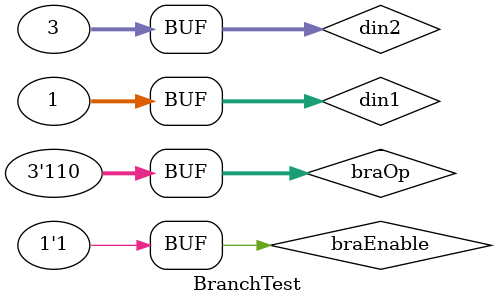
<source format=v>
`timescale 1ns/1ps

module BranchTest;
    reg    [31:0] din1;
    reg    [31:0] din2;
    reg           braEnable;
    reg    [ 2:0] braOp;
    wire          takeBranch;
    integer i;

    Branch U1
    (
        .din1(din1),
        .din2(din2),
        .braEnable(braEnable),
        .braOp(braOp),
        .takeBranch(takeBranch)
    );

    initial
    begin
        braEnable = 1;

        din1 = 5;
        din2 = 5;
        for (braOp = 0; braOp < 2; braOp = braOp + 1)
            #100;
        // expect: 1 0

        din1 = 4;
        din2 = 3;
        for (braOp = 0; braOp < 2; braOp = braOp + 1)
            #100;
        // expect: 0 1

        din1 = -1;
        for (braOp = 2; braOp < 6; braOp = braOp + 1)
            #100;
        // expect: 0 0 1 1

        din1 = 0;
        for (braOp = 2; braOp < 6; braOp = braOp + 1)
            #100;
        // expect: 1 0 1 0

        din1 = 1;
        for (braOp = 2; braOp < 6; braOp = braOp + 1)
            #100;
        // expect: 1 1 0 0
    end
    
endmodule
</source>
